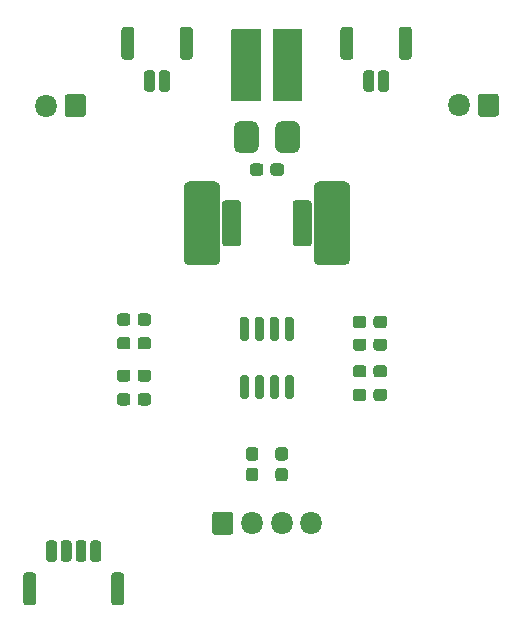
<source format=gbr>
%TF.GenerationSoftware,KiCad,Pcbnew,(5.1.7)-1*%
%TF.CreationDate,2020-12-07T14:23:08+09:00*%
%TF.ProjectId,CurrentMeasure,43757272-656e-4744-9d65-61737572652e,rev?*%
%TF.SameCoordinates,Original*%
%TF.FileFunction,Soldermask,Top*%
%TF.FilePolarity,Negative*%
%FSLAX46Y46*%
G04 Gerber Fmt 4.6, Leading zero omitted, Abs format (unit mm)*
G04 Created by KiCad (PCBNEW (5.1.7)-1) date 2020-12-07 14:23:08*
%MOMM*%
%LPD*%
G01*
G04 APERTURE LIST*
%ADD10O,1.800000X1.950000*%
G04 APERTURE END LIST*
D10*
%TO.C,J3*%
X565000000Y-82500000D03*
X562500000Y-82500000D03*
X560000000Y-82500000D03*
G36*
G01*
X556600000Y-83210295D02*
X556600000Y-81789705D01*
G75*
G02*
X556864705Y-81525000I264705J0D01*
G01*
X558135295Y-81525000D01*
G75*
G02*
X558400000Y-81789705I0J-264705D01*
G01*
X558400000Y-83210295D01*
G75*
G02*
X558135295Y-83475000I-264705J0D01*
G01*
X556864705Y-83475000D01*
G75*
G02*
X556600000Y-83210295I0J264705D01*
G01*
G37*
%TD*%
%TO.C,J1*%
G36*
G01*
X550025000Y-40725000D02*
X550025000Y-42975000D01*
G75*
G02*
X549750000Y-43250000I-275000J0D01*
G01*
X549200000Y-43250000D01*
G75*
G02*
X548925000Y-42975000I0J275000D01*
G01*
X548925000Y-40725000D01*
G75*
G02*
X549200000Y-40450000I275000J0D01*
G01*
X549750000Y-40450000D01*
G75*
G02*
X550025000Y-40725000I0J-275000D01*
G01*
G37*
G36*
G01*
X554975000Y-40725000D02*
X554975000Y-42975000D01*
G75*
G02*
X554700000Y-43250000I-275000J0D01*
G01*
X554150000Y-43250000D01*
G75*
G02*
X553875000Y-42975000I0J275000D01*
G01*
X553875000Y-40725000D01*
G75*
G02*
X554150000Y-40450000I275000J0D01*
G01*
X554700000Y-40450000D01*
G75*
G02*
X554975000Y-40725000I0J-275000D01*
G01*
G37*
G36*
G01*
X551785000Y-44380000D02*
X551785000Y-45720000D01*
G75*
G02*
X551555000Y-45950000I-230000J0D01*
G01*
X551095000Y-45950000D01*
G75*
G02*
X550865000Y-45720000I0J230000D01*
G01*
X550865000Y-44380000D01*
G75*
G02*
X551095000Y-44150000I230000J0D01*
G01*
X551555000Y-44150000D01*
G75*
G02*
X551785000Y-44380000I0J-230000D01*
G01*
G37*
G36*
G01*
X553035000Y-44380000D02*
X553035000Y-45720000D01*
G75*
G02*
X552805000Y-45950000I-230000J0D01*
G01*
X552345000Y-45950000D01*
G75*
G02*
X552115000Y-45720000I0J230000D01*
G01*
X552115000Y-44380000D01*
G75*
G02*
X552345000Y-44150000I230000J0D01*
G01*
X552805000Y-44150000D01*
G75*
G02*
X553035000Y-44380000I0J-230000D01*
G01*
G37*
%TD*%
%TO.C,J6*%
G36*
G01*
X568575000Y-40725000D02*
X568575000Y-42975000D01*
G75*
G02*
X568300000Y-43250000I-275000J0D01*
G01*
X567750000Y-43250000D01*
G75*
G02*
X567475000Y-42975000I0J275000D01*
G01*
X567475000Y-40725000D01*
G75*
G02*
X567750000Y-40450000I275000J0D01*
G01*
X568300000Y-40450000D01*
G75*
G02*
X568575000Y-40725000I0J-275000D01*
G01*
G37*
G36*
G01*
X573525000Y-40725000D02*
X573525000Y-42975000D01*
G75*
G02*
X573250000Y-43250000I-275000J0D01*
G01*
X572700000Y-43250000D01*
G75*
G02*
X572425000Y-42975000I0J275000D01*
G01*
X572425000Y-40725000D01*
G75*
G02*
X572700000Y-40450000I275000J0D01*
G01*
X573250000Y-40450000D01*
G75*
G02*
X573525000Y-40725000I0J-275000D01*
G01*
G37*
G36*
G01*
X570335000Y-44380000D02*
X570335000Y-45720000D01*
G75*
G02*
X570105000Y-45950000I-230000J0D01*
G01*
X569645000Y-45950000D01*
G75*
G02*
X569415000Y-45720000I0J230000D01*
G01*
X569415000Y-44380000D01*
G75*
G02*
X569645000Y-44150000I230000J0D01*
G01*
X570105000Y-44150000D01*
G75*
G02*
X570335000Y-44380000I0J-230000D01*
G01*
G37*
G36*
G01*
X571585000Y-44380000D02*
X571585000Y-45720000D01*
G75*
G02*
X571355000Y-45950000I-230000J0D01*
G01*
X570895000Y-45950000D01*
G75*
G02*
X570665000Y-45720000I0J230000D01*
G01*
X570665000Y-44380000D01*
G75*
G02*
X570895000Y-44150000I230000J0D01*
G01*
X571355000Y-44150000D01*
G75*
G02*
X571585000Y-44380000I0J-230000D01*
G01*
G37*
%TD*%
%TO.C,J7*%
G36*
G01*
X548055000Y-89175000D02*
X548055000Y-86925000D01*
G75*
G02*
X548330000Y-86650000I275000J0D01*
G01*
X548880000Y-86650000D01*
G75*
G02*
X549155000Y-86925000I0J-275000D01*
G01*
X549155000Y-89175000D01*
G75*
G02*
X548880000Y-89450000I-275000J0D01*
G01*
X548330000Y-89450000D01*
G75*
G02*
X548055000Y-89175000I0J275000D01*
G01*
G37*
G36*
G01*
X540605000Y-89175000D02*
X540605000Y-86925000D01*
G75*
G02*
X540880000Y-86650000I275000J0D01*
G01*
X541430000Y-86650000D01*
G75*
G02*
X541705000Y-86925000I0J-275000D01*
G01*
X541705000Y-89175000D01*
G75*
G02*
X541430000Y-89450000I-275000J0D01*
G01*
X540880000Y-89450000D01*
G75*
G02*
X540605000Y-89175000I0J275000D01*
G01*
G37*
G36*
G01*
X546295000Y-85520000D02*
X546295000Y-84180000D01*
G75*
G02*
X546525000Y-83950000I230000J0D01*
G01*
X546985000Y-83950000D01*
G75*
G02*
X547215000Y-84180000I0J-230000D01*
G01*
X547215000Y-85520000D01*
G75*
G02*
X546985000Y-85750000I-230000J0D01*
G01*
X546525000Y-85750000D01*
G75*
G02*
X546295000Y-85520000I0J230000D01*
G01*
G37*
G36*
G01*
X545045000Y-85520000D02*
X545045000Y-84180000D01*
G75*
G02*
X545275000Y-83950000I230000J0D01*
G01*
X545735000Y-83950000D01*
G75*
G02*
X545965000Y-84180000I0J-230000D01*
G01*
X545965000Y-85520000D01*
G75*
G02*
X545735000Y-85750000I-230000J0D01*
G01*
X545275000Y-85750000D01*
G75*
G02*
X545045000Y-85520000I0J230000D01*
G01*
G37*
G36*
G01*
X543795000Y-85520000D02*
X543795000Y-84180000D01*
G75*
G02*
X544025000Y-83950000I230000J0D01*
G01*
X544485000Y-83950000D01*
G75*
G02*
X544715000Y-84180000I0J-230000D01*
G01*
X544715000Y-85520000D01*
G75*
G02*
X544485000Y-85750000I-230000J0D01*
G01*
X544025000Y-85750000D01*
G75*
G02*
X543795000Y-85520000I0J230000D01*
G01*
G37*
G36*
G01*
X542545000Y-85520000D02*
X542545000Y-84180000D01*
G75*
G02*
X542775000Y-83950000I230000J0D01*
G01*
X543235000Y-83950000D01*
G75*
G02*
X543465000Y-84180000I0J-230000D01*
G01*
X543465000Y-85520000D01*
G75*
G02*
X543235000Y-85750000I-230000J0D01*
G01*
X542775000Y-85750000D01*
G75*
G02*
X542545000Y-85520000I0J230000D01*
G01*
G37*
%TD*%
%TO.C,J4*%
G36*
G01*
X560550000Y-48975000D02*
X560550000Y-50625000D01*
G75*
G02*
X560025000Y-51150000I-525000J0D01*
G01*
X558975000Y-51150000D01*
G75*
G02*
X558450000Y-50625000I0J525000D01*
G01*
X558450000Y-48975000D01*
G75*
G02*
X558975000Y-48450000I525000J0D01*
G01*
X560025000Y-48450000D01*
G75*
G02*
X560550000Y-48975000I0J-525000D01*
G01*
G37*
G36*
G01*
X564050000Y-48975000D02*
X564050000Y-50625000D01*
G75*
G02*
X563525000Y-51150000I-525000J0D01*
G01*
X562475000Y-51150000D01*
G75*
G02*
X561950000Y-50625000I0J525000D01*
G01*
X561950000Y-48975000D01*
G75*
G02*
X562475000Y-48450000I525000J0D01*
G01*
X563525000Y-48450000D01*
G75*
G02*
X564050000Y-48975000I0J-525000D01*
G01*
G37*
G36*
G01*
X564250000Y-40700000D02*
X564250000Y-46700000D01*
G75*
G02*
X564200000Y-46750000I-50000J0D01*
G01*
X561800000Y-46750000D01*
G75*
G02*
X561750000Y-46700000I0J50000D01*
G01*
X561750000Y-40700000D01*
G75*
G02*
X561800000Y-40650000I50000J0D01*
G01*
X564200000Y-40650000D01*
G75*
G02*
X564250000Y-40700000I0J-50000D01*
G01*
G37*
G36*
G01*
X560750000Y-40700000D02*
X560750000Y-46700000D01*
G75*
G02*
X560700000Y-46750000I-50000J0D01*
G01*
X558300000Y-46750000D01*
G75*
G02*
X558250000Y-46700000I0J50000D01*
G01*
X558250000Y-40700000D01*
G75*
G02*
X558300000Y-40650000I50000J0D01*
G01*
X560700000Y-40650000D01*
G75*
G02*
X560750000Y-40700000I0J-50000D01*
G01*
G37*
%TD*%
%TO.C,C3*%
G36*
G01*
X561550000Y-52812500D02*
X561550000Y-52287500D01*
G75*
G02*
X561812500Y-52025000I262500J0D01*
G01*
X562437500Y-52025000D01*
G75*
G02*
X562700000Y-52287500I0J-262500D01*
G01*
X562700000Y-52812500D01*
G75*
G02*
X562437500Y-53075000I-262500J0D01*
G01*
X561812500Y-53075000D01*
G75*
G02*
X561550000Y-52812500I0J262500D01*
G01*
G37*
G36*
G01*
X559800000Y-52812500D02*
X559800000Y-52287500D01*
G75*
G02*
X560062500Y-52025000I262500J0D01*
G01*
X560687500Y-52025000D01*
G75*
G02*
X560950000Y-52287500I0J-262500D01*
G01*
X560950000Y-52812500D01*
G75*
G02*
X560687500Y-53075000I-262500J0D01*
G01*
X560062500Y-53075000D01*
G75*
G02*
X559800000Y-52812500I0J262500D01*
G01*
G37*
%TD*%
%TO.C,R5*%
G36*
G01*
X563425000Y-58783500D02*
X563425000Y-55416500D01*
G75*
G02*
X563691500Y-55150000I266500J0D01*
G01*
X564783500Y-55150000D01*
G75*
G02*
X565050000Y-55416500I0J-266500D01*
G01*
X565050000Y-58783500D01*
G75*
G02*
X564783500Y-59050000I-266500J0D01*
G01*
X563691500Y-59050000D01*
G75*
G02*
X563425000Y-58783500I0J266500D01*
G01*
G37*
G36*
G01*
X557450000Y-58783500D02*
X557450000Y-55416500D01*
G75*
G02*
X557716500Y-55150000I266500J0D01*
G01*
X558808500Y-55150000D01*
G75*
G02*
X559075000Y-55416500I0J-266500D01*
G01*
X559075000Y-58783500D01*
G75*
G02*
X558808500Y-59050000I-266500J0D01*
G01*
X557716500Y-59050000D01*
G75*
G02*
X557450000Y-58783500I0J266500D01*
G01*
G37*
%TD*%
%TO.C,R10*%
G36*
G01*
X565200000Y-60178800D02*
X565200000Y-54021200D01*
G75*
G02*
X565671200Y-53550000I471200J0D01*
G01*
X567828800Y-53550000D01*
G75*
G02*
X568300000Y-54021200I0J-471200D01*
G01*
X568300000Y-60178800D01*
G75*
G02*
X567828800Y-60650000I-471200J0D01*
G01*
X565671200Y-60650000D01*
G75*
G02*
X565200000Y-60178800I0J471200D01*
G01*
G37*
G36*
G01*
X554200000Y-60178800D02*
X554200000Y-54021200D01*
G75*
G02*
X554671200Y-53550000I471200J0D01*
G01*
X556828800Y-53550000D01*
G75*
G02*
X557300000Y-54021200I0J-471200D01*
G01*
X557300000Y-60178800D01*
G75*
G02*
X556828800Y-60650000I-471200J0D01*
G01*
X554671200Y-60650000D01*
G75*
G02*
X554200000Y-60178800I0J471200D01*
G01*
G37*
%TD*%
%TO.C,C2*%
G36*
G01*
X570275000Y-65712500D02*
X570275000Y-65187500D01*
G75*
G02*
X570537500Y-64925000I262500J0D01*
G01*
X571162500Y-64925000D01*
G75*
G02*
X571425000Y-65187500I0J-262500D01*
G01*
X571425000Y-65712500D01*
G75*
G02*
X571162500Y-65975000I-262500J0D01*
G01*
X570537500Y-65975000D01*
G75*
G02*
X570275000Y-65712500I0J262500D01*
G01*
G37*
G36*
G01*
X568525000Y-65712500D02*
X568525000Y-65187500D01*
G75*
G02*
X568787500Y-64925000I262500J0D01*
G01*
X569412500Y-64925000D01*
G75*
G02*
X569675000Y-65187500I0J-262500D01*
G01*
X569675000Y-65712500D01*
G75*
G02*
X569412500Y-65975000I-262500J0D01*
G01*
X568787500Y-65975000D01*
G75*
G02*
X568525000Y-65712500I0J262500D01*
G01*
G37*
%TD*%
%TO.C,R2*%
G36*
G01*
X569675000Y-71362500D02*
X569675000Y-71887500D01*
G75*
G02*
X569412500Y-72150000I-262500J0D01*
G01*
X568787500Y-72150000D01*
G75*
G02*
X568525000Y-71887500I0J262500D01*
G01*
X568525000Y-71362500D01*
G75*
G02*
X568787500Y-71100000I262500J0D01*
G01*
X569412500Y-71100000D01*
G75*
G02*
X569675000Y-71362500I0J-262500D01*
G01*
G37*
G36*
G01*
X571425000Y-71362500D02*
X571425000Y-71887500D01*
G75*
G02*
X571162500Y-72150000I-262500J0D01*
G01*
X570537500Y-72150000D01*
G75*
G02*
X570275000Y-71887500I0J262500D01*
G01*
X570275000Y-71362500D01*
G75*
G02*
X570537500Y-71100000I262500J0D01*
G01*
X571162500Y-71100000D01*
G75*
G02*
X571425000Y-71362500I0J-262500D01*
G01*
G37*
%TD*%
%TO.C,U1*%
G36*
G01*
X559520000Y-67050000D02*
X559170000Y-67050000D01*
G75*
G02*
X558995000Y-66875000I0J175000D01*
G01*
X558995000Y-65175000D01*
G75*
G02*
X559170000Y-65000000I175000J0D01*
G01*
X559520000Y-65000000D01*
G75*
G02*
X559695000Y-65175000I0J-175000D01*
G01*
X559695000Y-66875000D01*
G75*
G02*
X559520000Y-67050000I-175000J0D01*
G01*
G37*
G36*
G01*
X560790000Y-67050000D02*
X560440000Y-67050000D01*
G75*
G02*
X560265000Y-66875000I0J175000D01*
G01*
X560265000Y-65175000D01*
G75*
G02*
X560440000Y-65000000I175000J0D01*
G01*
X560790000Y-65000000D01*
G75*
G02*
X560965000Y-65175000I0J-175000D01*
G01*
X560965000Y-66875000D01*
G75*
G02*
X560790000Y-67050000I-175000J0D01*
G01*
G37*
G36*
G01*
X562060000Y-67050000D02*
X561710000Y-67050000D01*
G75*
G02*
X561535000Y-66875000I0J175000D01*
G01*
X561535000Y-65175000D01*
G75*
G02*
X561710000Y-65000000I175000J0D01*
G01*
X562060000Y-65000000D01*
G75*
G02*
X562235000Y-65175000I0J-175000D01*
G01*
X562235000Y-66875000D01*
G75*
G02*
X562060000Y-67050000I-175000J0D01*
G01*
G37*
G36*
G01*
X563330000Y-67050000D02*
X562980000Y-67050000D01*
G75*
G02*
X562805000Y-66875000I0J175000D01*
G01*
X562805000Y-65175000D01*
G75*
G02*
X562980000Y-65000000I175000J0D01*
G01*
X563330000Y-65000000D01*
G75*
G02*
X563505000Y-65175000I0J-175000D01*
G01*
X563505000Y-66875000D01*
G75*
G02*
X563330000Y-67050000I-175000J0D01*
G01*
G37*
G36*
G01*
X563330000Y-72000000D02*
X562980000Y-72000000D01*
G75*
G02*
X562805000Y-71825000I0J175000D01*
G01*
X562805000Y-70125000D01*
G75*
G02*
X562980000Y-69950000I175000J0D01*
G01*
X563330000Y-69950000D01*
G75*
G02*
X563505000Y-70125000I0J-175000D01*
G01*
X563505000Y-71825000D01*
G75*
G02*
X563330000Y-72000000I-175000J0D01*
G01*
G37*
G36*
G01*
X562060000Y-72000000D02*
X561710000Y-72000000D01*
G75*
G02*
X561535000Y-71825000I0J175000D01*
G01*
X561535000Y-70125000D01*
G75*
G02*
X561710000Y-69950000I175000J0D01*
G01*
X562060000Y-69950000D01*
G75*
G02*
X562235000Y-70125000I0J-175000D01*
G01*
X562235000Y-71825000D01*
G75*
G02*
X562060000Y-72000000I-175000J0D01*
G01*
G37*
G36*
G01*
X560790000Y-72000000D02*
X560440000Y-72000000D01*
G75*
G02*
X560265000Y-71825000I0J175000D01*
G01*
X560265000Y-70125000D01*
G75*
G02*
X560440000Y-69950000I175000J0D01*
G01*
X560790000Y-69950000D01*
G75*
G02*
X560965000Y-70125000I0J-175000D01*
G01*
X560965000Y-71825000D01*
G75*
G02*
X560790000Y-72000000I-175000J0D01*
G01*
G37*
G36*
G01*
X559520000Y-72000000D02*
X559170000Y-72000000D01*
G75*
G02*
X558995000Y-71825000I0J175000D01*
G01*
X558995000Y-70125000D01*
G75*
G02*
X559170000Y-69950000I175000J0D01*
G01*
X559520000Y-69950000D01*
G75*
G02*
X559695000Y-70125000I0J-175000D01*
G01*
X559695000Y-71825000D01*
G75*
G02*
X559520000Y-72000000I-175000J0D01*
G01*
G37*
%TD*%
%TO.C,R9*%
G36*
G01*
X549700000Y-71737500D02*
X549700000Y-72262500D01*
G75*
G02*
X549437500Y-72525000I-262500J0D01*
G01*
X548812500Y-72525000D01*
G75*
G02*
X548550000Y-72262500I0J262500D01*
G01*
X548550000Y-71737500D01*
G75*
G02*
X548812500Y-71475000I262500J0D01*
G01*
X549437500Y-71475000D01*
G75*
G02*
X549700000Y-71737500I0J-262500D01*
G01*
G37*
G36*
G01*
X551450000Y-71737500D02*
X551450000Y-72262500D01*
G75*
G02*
X551187500Y-72525000I-262500J0D01*
G01*
X550562500Y-72525000D01*
G75*
G02*
X550300000Y-72262500I0J262500D01*
G01*
X550300000Y-71737500D01*
G75*
G02*
X550562500Y-71475000I262500J0D01*
G01*
X551187500Y-71475000D01*
G75*
G02*
X551450000Y-71737500I0J-262500D01*
G01*
G37*
%TD*%
%TO.C,R8*%
G36*
G01*
X549700000Y-69737500D02*
X549700000Y-70262500D01*
G75*
G02*
X549437500Y-70525000I-262500J0D01*
G01*
X548812500Y-70525000D01*
G75*
G02*
X548550000Y-70262500I0J262500D01*
G01*
X548550000Y-69737500D01*
G75*
G02*
X548812500Y-69475000I262500J0D01*
G01*
X549437500Y-69475000D01*
G75*
G02*
X549700000Y-69737500I0J-262500D01*
G01*
G37*
G36*
G01*
X551450000Y-69737500D02*
X551450000Y-70262500D01*
G75*
G02*
X551187500Y-70525000I-262500J0D01*
G01*
X550562500Y-70525000D01*
G75*
G02*
X550300000Y-70262500I0J262500D01*
G01*
X550300000Y-69737500D01*
G75*
G02*
X550562500Y-69475000I262500J0D01*
G01*
X551187500Y-69475000D01*
G75*
G02*
X551450000Y-69737500I0J-262500D01*
G01*
G37*
%TD*%
%TO.C,R7*%
G36*
G01*
X549700000Y-66987500D02*
X549700000Y-67512500D01*
G75*
G02*
X549437500Y-67775000I-262500J0D01*
G01*
X548812500Y-67775000D01*
G75*
G02*
X548550000Y-67512500I0J262500D01*
G01*
X548550000Y-66987500D01*
G75*
G02*
X548812500Y-66725000I262500J0D01*
G01*
X549437500Y-66725000D01*
G75*
G02*
X549700000Y-66987500I0J-262500D01*
G01*
G37*
G36*
G01*
X551450000Y-66987500D02*
X551450000Y-67512500D01*
G75*
G02*
X551187500Y-67775000I-262500J0D01*
G01*
X550562500Y-67775000D01*
G75*
G02*
X550300000Y-67512500I0J262500D01*
G01*
X550300000Y-66987500D01*
G75*
G02*
X550562500Y-66725000I262500J0D01*
G01*
X551187500Y-66725000D01*
G75*
G02*
X551450000Y-66987500I0J-262500D01*
G01*
G37*
%TD*%
%TO.C,R6*%
G36*
G01*
X549700000Y-64987500D02*
X549700000Y-65512500D01*
G75*
G02*
X549437500Y-65775000I-262500J0D01*
G01*
X548812500Y-65775000D01*
G75*
G02*
X548550000Y-65512500I0J262500D01*
G01*
X548550000Y-64987500D01*
G75*
G02*
X548812500Y-64725000I262500J0D01*
G01*
X549437500Y-64725000D01*
G75*
G02*
X549700000Y-64987500I0J-262500D01*
G01*
G37*
G36*
G01*
X551450000Y-64987500D02*
X551450000Y-65512500D01*
G75*
G02*
X551187500Y-65775000I-262500J0D01*
G01*
X550562500Y-65775000D01*
G75*
G02*
X550300000Y-65512500I0J262500D01*
G01*
X550300000Y-64987500D01*
G75*
G02*
X550562500Y-64725000I262500J0D01*
G01*
X551187500Y-64725000D01*
G75*
G02*
X551450000Y-64987500I0J-262500D01*
G01*
G37*
%TD*%
%TO.C,R4*%
G36*
G01*
X562762500Y-77200000D02*
X562237500Y-77200000D01*
G75*
G02*
X561975000Y-76937500I0J262500D01*
G01*
X561975000Y-76312500D01*
G75*
G02*
X562237500Y-76050000I262500J0D01*
G01*
X562762500Y-76050000D01*
G75*
G02*
X563025000Y-76312500I0J-262500D01*
G01*
X563025000Y-76937500D01*
G75*
G02*
X562762500Y-77200000I-262500J0D01*
G01*
G37*
G36*
G01*
X562762500Y-78950000D02*
X562237500Y-78950000D01*
G75*
G02*
X561975000Y-78687500I0J262500D01*
G01*
X561975000Y-78062500D01*
G75*
G02*
X562237500Y-77800000I262500J0D01*
G01*
X562762500Y-77800000D01*
G75*
G02*
X563025000Y-78062500I0J-262500D01*
G01*
X563025000Y-78687500D01*
G75*
G02*
X562762500Y-78950000I-262500J0D01*
G01*
G37*
%TD*%
%TO.C,R3*%
G36*
G01*
X560262500Y-77200000D02*
X559737500Y-77200000D01*
G75*
G02*
X559475000Y-76937500I0J262500D01*
G01*
X559475000Y-76312500D01*
G75*
G02*
X559737500Y-76050000I262500J0D01*
G01*
X560262500Y-76050000D01*
G75*
G02*
X560525000Y-76312500I0J-262500D01*
G01*
X560525000Y-76937500D01*
G75*
G02*
X560262500Y-77200000I-262500J0D01*
G01*
G37*
G36*
G01*
X560262500Y-78950000D02*
X559737500Y-78950000D01*
G75*
G02*
X559475000Y-78687500I0J262500D01*
G01*
X559475000Y-78062500D01*
G75*
G02*
X559737500Y-77800000I262500J0D01*
G01*
X560262500Y-77800000D01*
G75*
G02*
X560525000Y-78062500I0J-262500D01*
G01*
X560525000Y-78687500D01*
G75*
G02*
X560262500Y-78950000I-262500J0D01*
G01*
G37*
%TD*%
%TO.C,R1*%
G36*
G01*
X569675000Y-69362500D02*
X569675000Y-69887500D01*
G75*
G02*
X569412500Y-70150000I-262500J0D01*
G01*
X568787500Y-70150000D01*
G75*
G02*
X568525000Y-69887500I0J262500D01*
G01*
X568525000Y-69362500D01*
G75*
G02*
X568787500Y-69100000I262500J0D01*
G01*
X569412500Y-69100000D01*
G75*
G02*
X569675000Y-69362500I0J-262500D01*
G01*
G37*
G36*
G01*
X571425000Y-69362500D02*
X571425000Y-69887500D01*
G75*
G02*
X571162500Y-70150000I-262500J0D01*
G01*
X570537500Y-70150000D01*
G75*
G02*
X570275000Y-69887500I0J262500D01*
G01*
X570275000Y-69362500D01*
G75*
G02*
X570537500Y-69100000I262500J0D01*
G01*
X571162500Y-69100000D01*
G75*
G02*
X571425000Y-69362500I0J-262500D01*
G01*
G37*
%TD*%
%TO.C,J5*%
X577500000Y-47100000D03*
G36*
G01*
X580900000Y-46389705D02*
X580900000Y-47810295D01*
G75*
G02*
X580635295Y-48075000I-264705J0D01*
G01*
X579364705Y-48075000D01*
G75*
G02*
X579100000Y-47810295I0J264705D01*
G01*
X579100000Y-46389705D01*
G75*
G02*
X579364705Y-46125000I264705J0D01*
G01*
X580635295Y-46125000D01*
G75*
G02*
X580900000Y-46389705I0J-264705D01*
G01*
G37*
%TD*%
%TO.C,J2*%
X542525000Y-47125000D03*
G36*
G01*
X545925000Y-46414705D02*
X545925000Y-47835295D01*
G75*
G02*
X545660295Y-48100000I-264705J0D01*
G01*
X544389705Y-48100000D01*
G75*
G02*
X544125000Y-47835295I0J264705D01*
G01*
X544125000Y-46414705D01*
G75*
G02*
X544389705Y-46150000I264705J0D01*
G01*
X545660295Y-46150000D01*
G75*
G02*
X545925000Y-46414705I0J-264705D01*
G01*
G37*
%TD*%
%TO.C,C1*%
G36*
G01*
X570275000Y-67637500D02*
X570275000Y-67112500D01*
G75*
G02*
X570537500Y-66850000I262500J0D01*
G01*
X571162500Y-66850000D01*
G75*
G02*
X571425000Y-67112500I0J-262500D01*
G01*
X571425000Y-67637500D01*
G75*
G02*
X571162500Y-67900000I-262500J0D01*
G01*
X570537500Y-67900000D01*
G75*
G02*
X570275000Y-67637500I0J262500D01*
G01*
G37*
G36*
G01*
X568525000Y-67637500D02*
X568525000Y-67112500D01*
G75*
G02*
X568787500Y-66850000I262500J0D01*
G01*
X569412500Y-66850000D01*
G75*
G02*
X569675000Y-67112500I0J-262500D01*
G01*
X569675000Y-67637500D01*
G75*
G02*
X569412500Y-67900000I-262500J0D01*
G01*
X568787500Y-67900000D01*
G75*
G02*
X568525000Y-67637500I0J262500D01*
G01*
G37*
%TD*%
M02*

</source>
